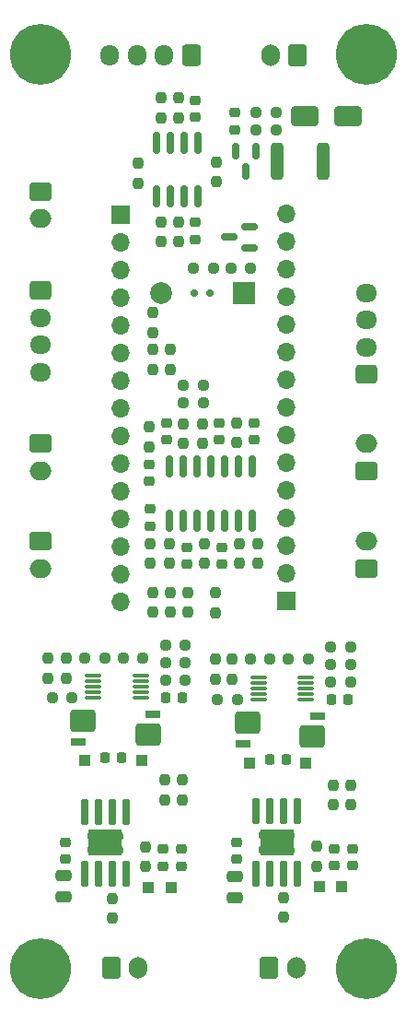
<source format=gbr>
%TF.GenerationSoftware,KiCad,Pcbnew,8.0.1*%
%TF.CreationDate,2024-06-19T16:46:37+02:00*%
%TF.ProjectId,MotorShield,4d6f746f-7253-4686-9965-6c642e6b6963,V_1*%
%TF.SameCoordinates,Original*%
%TF.FileFunction,Soldermask,Top*%
%TF.FilePolarity,Negative*%
%FSLAX46Y46*%
G04 Gerber Fmt 4.6, Leading zero omitted, Abs format (unit mm)*
G04 Created by KiCad (PCBNEW 8.0.1) date 2024-06-19 16:46:37*
%MOMM*%
%LPD*%
G01*
G04 APERTURE LIST*
G04 Aperture macros list*
%AMRoundRect*
0 Rectangle with rounded corners*
0 $1 Rounding radius*
0 $2 $3 $4 $5 $6 $7 $8 $9 X,Y pos of 4 corners*
0 Add a 4 corners polygon primitive as box body*
4,1,4,$2,$3,$4,$5,$6,$7,$8,$9,$2,$3,0*
0 Add four circle primitives for the rounded corners*
1,1,$1+$1,$2,$3*
1,1,$1+$1,$4,$5*
1,1,$1+$1,$6,$7*
1,1,$1+$1,$8,$9*
0 Add four rect primitives between the rounded corners*
20,1,$1+$1,$2,$3,$4,$5,0*
20,1,$1+$1,$4,$5,$6,$7,0*
20,1,$1+$1,$6,$7,$8,$9,0*
20,1,$1+$1,$8,$9,$2,$3,0*%
G04 Aperture macros list end*
%ADD10RoundRect,0.237500X-0.250000X-0.237500X0.250000X-0.237500X0.250000X0.237500X-0.250000X0.237500X0*%
%ADD11RoundRect,0.237500X0.250000X0.237500X-0.250000X0.237500X-0.250000X-0.237500X0.250000X-0.237500X0*%
%ADD12RoundRect,0.150000X0.587500X0.150000X-0.587500X0.150000X-0.587500X-0.150000X0.587500X-0.150000X0*%
%ADD13RoundRect,0.150000X-0.150000X-0.200000X0.150000X-0.200000X0.150000X0.200000X-0.150000X0.200000X0*%
%ADD14C,2.000000*%
%ADD15R,2.000000X2.000000*%
%ADD16RoundRect,0.218750X-0.256250X0.218750X-0.256250X-0.218750X0.256250X-0.218750X0.256250X0.218750X0*%
%ADD17RoundRect,0.250000X-1.000000X-0.650000X1.000000X-0.650000X1.000000X0.650000X-1.000000X0.650000X0*%
%ADD18RoundRect,0.218750X0.256250X-0.218750X0.256250X0.218750X-0.256250X0.218750X-0.256250X-0.218750X0*%
%ADD19RoundRect,0.250000X-0.600000X-0.750000X0.600000X-0.750000X0.600000X0.750000X-0.600000X0.750000X0*%
%ADD20O,1.700000X2.000000*%
%ADD21RoundRect,0.250000X0.725000X-0.600000X0.725000X0.600000X-0.725000X0.600000X-0.725000X-0.600000X0*%
%ADD22O,1.950000X1.700000*%
%ADD23RoundRect,0.250000X-0.725000X0.600000X-0.725000X-0.600000X0.725000X-0.600000X0.725000X0.600000X0*%
%ADD24RoundRect,0.237500X0.237500X-0.250000X0.237500X0.250000X-0.237500X0.250000X-0.237500X-0.250000X0*%
%ADD25RoundRect,0.150000X0.150000X-0.825000X0.150000X0.825000X-0.150000X0.825000X-0.150000X-0.825000X0*%
%ADD26RoundRect,0.225000X-0.250000X0.225000X-0.250000X-0.225000X0.250000X-0.225000X0.250000X0.225000X0*%
%ADD27RoundRect,0.225000X-0.225000X-0.250000X0.225000X-0.250000X0.225000X0.250000X-0.225000X0.250000X0*%
%ADD28O,2.000000X1.700000*%
%ADD29RoundRect,0.250000X0.750000X-0.600000X0.750000X0.600000X-0.750000X0.600000X-0.750000X-0.600000X0*%
%ADD30RoundRect,0.250000X0.600000X0.750000X-0.600000X0.750000X-0.600000X-0.750000X0.600000X-0.750000X0*%
%ADD31RoundRect,0.237500X-0.237500X0.250000X-0.237500X-0.250000X0.237500X-0.250000X0.237500X0.250000X0*%
%ADD32RoundRect,0.225000X0.250000X-0.225000X0.250000X0.225000X-0.250000X0.225000X-0.250000X-0.225000X0*%
%ADD33R,1.700000X1.700000*%
%ADD34O,1.700000X1.700000*%
%ADD35RoundRect,0.250000X-0.750000X0.600000X-0.750000X-0.600000X0.750000X-0.600000X0.750000X0.600000X0*%
%ADD36RoundRect,0.225000X0.225000X0.250000X-0.225000X0.250000X-0.225000X-0.250000X0.225000X-0.250000X0*%
%ADD37RoundRect,0.150000X-0.150000X0.825000X-0.150000X-0.825000X0.150000X-0.825000X0.150000X0.825000X0*%
%ADD38C,3.600000*%
%ADD39C,5.600000*%
%ADD40C,0.770000*%
%ADD41RoundRect,0.070000X-0.250000X1.100000X-0.250000X-1.100000X0.250000X-1.100000X0.250000X1.100000X0*%
%ADD42R,3.100000X2.400000*%
%ADD43R,1.000000X1.000000*%
%ADD44RoundRect,0.250000X0.312500X1.450000X-0.312500X1.450000X-0.312500X-1.450000X0.312500X-1.450000X0*%
%ADD45RoundRect,0.150000X-0.150000X0.587500X-0.150000X-0.587500X0.150000X-0.587500X0.150000X0.587500X0*%
%ADD46RoundRect,0.243600X-0.901400X-0.771400X0.901400X-0.771400X0.901400X0.771400X-0.901400X0.771400X0*%
%ADD47RoundRect,0.091200X-0.608800X-0.288800X0.608800X-0.288800X0.608800X0.288800X-0.608800X0.288800X0*%
%ADD48RoundRect,0.190000X-0.510000X-0.190000X0.510000X-0.190000X0.510000X0.190000X-0.510000X0.190000X0*%
%ADD49RoundRect,0.075000X0.650000X0.075000X-0.650000X0.075000X-0.650000X-0.075000X0.650000X-0.075000X0*%
%ADD50RoundRect,0.250000X-0.475000X0.250000X-0.475000X-0.250000X0.475000X-0.250000X0.475000X0.250000X0*%
%ADD51O,1.700000X1.950000*%
%ADD52RoundRect,0.250000X0.600000X0.725000X-0.600000X0.725000X-0.600000X-0.725000X0.600000X-0.725000X0*%
G04 APERTURE END LIST*
D10*
%TO.C,R2*%
X126722500Y-74930000D03*
X128547500Y-74930000D03*
%TD*%
D11*
%TO.C,R1*%
X131976500Y-74930000D03*
X130151500Y-74930000D03*
%TD*%
D12*
%TO.C,Q1*%
X131826000Y-73020000D03*
X131826000Y-71120000D03*
X129951000Y-72070000D03*
%TD*%
D13*
%TO.C,D1*%
X128208000Y-77216000D03*
X126808000Y-77216000D03*
%TD*%
D14*
%TO.C,BZ1*%
X123718000Y-77216000D03*
D15*
X131318000Y-77216000D03*
%TD*%
D16*
%TO.C,D2*%
X130500000Y-60612500D03*
X130500000Y-62187500D03*
%TD*%
D17*
%TO.C,D3*%
X136938000Y-60960000D03*
X140938000Y-60960000D03*
%TD*%
D18*
%TO.C,D4*%
X125575000Y-129850000D03*
X125575000Y-128275000D03*
%TD*%
D19*
%TO.C,J13*%
X119146000Y-139146000D03*
D20*
X121646000Y-139146000D03*
%TD*%
D21*
%TO.C,J11*%
X142600000Y-84669000D03*
D22*
X142600000Y-82169000D03*
X142600000Y-79669000D03*
X142600000Y-77169000D03*
%TD*%
D23*
%TO.C,J7*%
X112600000Y-76955000D03*
D22*
X112600000Y-79455000D03*
X112600000Y-81955000D03*
X112600000Y-84455000D03*
%TD*%
D11*
%TO.C,R53*%
X122037500Y-110750000D03*
X120212500Y-110750000D03*
%TD*%
D24*
%TO.C,JP2*%
X123000000Y-106512500D03*
X123000000Y-104687500D03*
%TD*%
%TO.C,R61*%
X122260000Y-128050000D03*
X122260000Y-129875000D03*
%TD*%
D25*
%TO.C,U1*%
X124490000Y-93137500D03*
X125760000Y-93137500D03*
X127030000Y-93137500D03*
X128300000Y-93137500D03*
X129570000Y-93137500D03*
X130840000Y-93137500D03*
X132110000Y-93137500D03*
X132110000Y-98087500D03*
X130840000Y-98087500D03*
X129570000Y-98087500D03*
X128300000Y-98087500D03*
X127030000Y-98087500D03*
X125760000Y-98087500D03*
X124490000Y-98087500D03*
%TD*%
D11*
%TO.C,R45*%
X125937500Y-111150000D03*
X124112500Y-111150000D03*
%TD*%
D26*
%TO.C,C1*%
X122600000Y-92937500D03*
X122600000Y-94487500D03*
%TD*%
D24*
%TO.C,R64*%
X138060000Y-128002500D03*
X138060000Y-129827500D03*
%TD*%
D27*
%TO.C,C14*%
X139370000Y-114550000D03*
X140920000Y-114550000D03*
%TD*%
D28*
%TO.C,J5*%
X142600000Y-100000000D03*
D29*
X142600000Y-102500000D03*
%TD*%
D20*
%TO.C,J8*%
X133771000Y-55372000D03*
D30*
X136271000Y-55372000D03*
%TD*%
D31*
%TO.C,JP7*%
X121600000Y-65262500D03*
X121600000Y-67087500D03*
%TD*%
%TO.C,JP3*%
X128700000Y-104737500D03*
X128700000Y-106562500D03*
%TD*%
%TO.C,R13*%
X124600000Y-104687500D03*
X124600000Y-106512500D03*
%TD*%
D24*
%TO.C,JP4*%
X123000000Y-80812500D03*
X123000000Y-78987500D03*
%TD*%
D31*
%TO.C,R32*%
X125300000Y-70662500D03*
X125300000Y-72487500D03*
%TD*%
D32*
%TO.C,C11*%
X122700000Y-98587500D03*
X122700000Y-97037500D03*
%TD*%
%TO.C,C6*%
X124200000Y-90687500D03*
X124200000Y-89137500D03*
%TD*%
D33*
%TO.C,J2*%
X135240000Y-105500000D03*
D34*
X135240000Y-102960000D03*
X135240000Y-100420000D03*
X135240000Y-97880000D03*
X135240000Y-95340000D03*
X135240000Y-92800000D03*
X135240000Y-90260000D03*
X135240000Y-87720000D03*
X135240000Y-85180000D03*
X135240000Y-82640000D03*
X135240000Y-80100000D03*
X135240000Y-77560000D03*
X135240000Y-75020000D03*
X135240000Y-72480000D03*
X135240000Y-69940000D03*
%TD*%
D31*
%TO.C,JP5*%
X124600000Y-82387500D03*
X124600000Y-84212500D03*
%TD*%
D26*
%TO.C,C10*%
X126100000Y-100537500D03*
X126100000Y-102087500D03*
%TD*%
D32*
%TO.C,C18*%
X130660000Y-129205000D03*
X130660000Y-127655000D03*
%TD*%
D16*
%TO.C,D7*%
X139660000Y-129802500D03*
X139660000Y-128227500D03*
%TD*%
D28*
%TO.C,J4*%
X112600000Y-93500000D03*
D35*
X112600000Y-91000000D03*
%TD*%
D26*
%TO.C,C9*%
X129300000Y-100537500D03*
X129300000Y-102087500D03*
%TD*%
D24*
%TO.C,R29*%
X127500000Y-91025000D03*
X127500000Y-89200000D03*
%TD*%
D31*
%TO.C,R56*%
X124060000Y-121902500D03*
X124060000Y-123727500D03*
%TD*%
D36*
%TO.C,C16*%
X135235000Y-120015000D03*
X133685000Y-120015000D03*
%TD*%
D10*
%TO.C,R3*%
X134312500Y-62200000D03*
X132487500Y-62200000D03*
%TD*%
D31*
%TO.C,JP6*%
X123000000Y-82387500D03*
X123000000Y-84212500D03*
%TD*%
D32*
%TO.C,C20*%
X114925000Y-129175000D03*
X114925000Y-127625000D03*
%TD*%
D10*
%TO.C,R39*%
X139332500Y-112950000D03*
X141157500Y-112950000D03*
%TD*%
D11*
%TO.C,R37*%
X133757500Y-110850000D03*
X131932500Y-110850000D03*
%TD*%
D20*
%TO.C,J10*%
X136144000Y-139192000D03*
D19*
X133644000Y-139192000D03*
%TD*%
D37*
%TO.C,U4*%
X127105000Y-63400000D03*
X125835000Y-63400000D03*
X124565000Y-63400000D03*
X123295000Y-63400000D03*
X123295000Y-68350000D03*
X124565000Y-68350000D03*
X125835000Y-68350000D03*
X127105000Y-68350000D03*
%TD*%
D38*
%TO.C,REF\u002A\u002A*%
X112600000Y-55300000D03*
D39*
X112600000Y-55300000D03*
%TD*%
D10*
%TO.C,R41*%
X128932500Y-114550000D03*
X130757500Y-114550000D03*
%TD*%
D31*
%TO.C,R22*%
X127700000Y-100200000D03*
X127700000Y-102025000D03*
%TD*%
D11*
%TO.C,R49*%
X141157500Y-109750000D03*
X139332500Y-109750000D03*
%TD*%
D28*
%TO.C,J12*%
X112600000Y-70358000D03*
D35*
X112600000Y-67858000D03*
%TD*%
D28*
%TO.C,J6*%
X112600000Y-102500000D03*
D35*
X112600000Y-100000000D03*
%TD*%
D10*
%TO.C,R40*%
X124112500Y-112750000D03*
X125937500Y-112750000D03*
%TD*%
D31*
%TO.C,R34*%
X123700000Y-70662500D03*
X123700000Y-72487500D03*
%TD*%
%TO.C,R55*%
X139560000Y-122402500D03*
X139560000Y-124227500D03*
%TD*%
D24*
%TO.C,R46*%
X115025000Y-112562500D03*
X115025000Y-110737500D03*
%TD*%
D40*
%TO.C,U6*%
X117275000Y-128350000D03*
X118575000Y-128350000D03*
X119875000Y-128350000D03*
X117275000Y-127050000D03*
X118575000Y-127050000D03*
X119875000Y-127050000D03*
D41*
X120480000Y-130575000D03*
X119210000Y-130575000D03*
X117940000Y-130575000D03*
X116670000Y-130575000D03*
X116670000Y-124825000D03*
X117940000Y-124825000D03*
X119210000Y-124825000D03*
X120480000Y-124825000D03*
D42*
X118575000Y-127700000D03*
%TD*%
D24*
%TO.C,R9*%
X122600000Y-91325000D03*
X122600000Y-89500000D03*
%TD*%
%TO.C,R44*%
X130245000Y-112662500D03*
X130245000Y-110837500D03*
%TD*%
D43*
%TO.C,TP3*%
X121975000Y-120150000D03*
%TD*%
D44*
%TO.C,F1*%
X134362500Y-65100000D03*
X138637500Y-65100000D03*
%TD*%
D32*
%TO.C,C13*%
X126900000Y-61050000D03*
X126900000Y-59500000D03*
%TD*%
D33*
%TO.C,J1*%
X120000000Y-70000000D03*
D34*
X120000000Y-72540000D03*
X120000000Y-75080000D03*
X120000000Y-77620000D03*
X120000000Y-80160000D03*
X120000000Y-82700000D03*
X120000000Y-85240000D03*
X120000000Y-87780000D03*
X120000000Y-90320000D03*
X120000000Y-92860000D03*
X120000000Y-95400000D03*
X120000000Y-97940000D03*
X120000000Y-100480000D03*
X120000000Y-103020000D03*
X120000000Y-105560000D03*
%TD*%
D11*
%TO.C,R38*%
X118537500Y-110750000D03*
X116712500Y-110750000D03*
%TD*%
D43*
%TO.C,TP5*%
X140360000Y-131715000D03*
%TD*%
D45*
%TO.C,Q2*%
X131500000Y-66000000D03*
X130550000Y-64125000D03*
X132450000Y-64125000D03*
%TD*%
D31*
%TO.C,R17*%
X124500000Y-100200000D03*
X124500000Y-102025000D03*
%TD*%
D46*
%TO.C,R36*%
X116540000Y-116515000D03*
D47*
X116095000Y-118420000D03*
D48*
X122955000Y-115880000D03*
D46*
X122510000Y-117785000D03*
%TD*%
%TO.C,R35*%
X131675000Y-116680000D03*
D47*
X131230000Y-118585000D03*
D48*
X138090000Y-116045000D03*
D46*
X137645000Y-117950000D03*
%TD*%
D49*
%TO.C,IC2*%
X121825000Y-114350000D03*
X121825000Y-113850000D03*
X121825000Y-113350000D03*
X121825000Y-112850000D03*
X121825000Y-112350000D03*
X117425000Y-112350000D03*
X117425000Y-112850000D03*
X117425000Y-113350000D03*
X117425000Y-113850000D03*
X117425000Y-114350000D03*
%TD*%
D24*
%TO.C,R63*%
X119225000Y-134612500D03*
X119225000Y-132787500D03*
%TD*%
D43*
%TO.C,TP2*%
X131845000Y-120350000D03*
%TD*%
D40*
%TO.C,U5*%
X133060000Y-128315000D03*
X134360000Y-128315000D03*
X135660000Y-128315000D03*
X133060000Y-127015000D03*
X134360000Y-127015000D03*
X135660000Y-127015000D03*
D41*
X136265000Y-130540000D03*
X134995000Y-130540000D03*
X133725000Y-130540000D03*
X132455000Y-130540000D03*
X132455000Y-124790000D03*
X133725000Y-124790000D03*
X134995000Y-124790000D03*
X136265000Y-124790000D03*
D42*
X134360000Y-127665000D03*
%TD*%
D26*
%TO.C,C12*%
X126900000Y-70700000D03*
X126900000Y-72250000D03*
%TD*%
D31*
%TO.C,R52*%
X128700000Y-110837500D03*
X128700000Y-112662500D03*
%TD*%
D10*
%TO.C,R4*%
X134312500Y-60600000D03*
X132487500Y-60600000D03*
%TD*%
D31*
%TO.C,R27*%
X130900000Y-100200000D03*
X130900000Y-102025000D03*
%TD*%
D43*
%TO.C,TP8*%
X122560000Y-131815000D03*
%TD*%
D36*
%TO.C,C17*%
X120100000Y-119850000D03*
X118550000Y-119850000D03*
%TD*%
D24*
%TO.C,R28*%
X130700000Y-90925000D03*
X130700000Y-89100000D03*
%TD*%
%TO.C,R30*%
X125800000Y-91025000D03*
X125800000Y-89200000D03*
%TD*%
D27*
%TO.C,C15*%
X124150000Y-114350000D03*
X125700000Y-114350000D03*
%TD*%
D43*
%TO.C,TP4*%
X116675000Y-120150000D03*
%TD*%
D50*
%TO.C,C19*%
X130460000Y-130805000D03*
X130460000Y-132705000D03*
%TD*%
D31*
%TO.C,JP1*%
X126200000Y-104687500D03*
X126200000Y-106512500D03*
%TD*%
%TO.C,R58*%
X125660000Y-121902500D03*
X125660000Y-123727500D03*
%TD*%
%TO.C,R54*%
X113325000Y-110737500D03*
X113325000Y-112562500D03*
%TD*%
D50*
%TO.C,C21*%
X114725000Y-130750000D03*
X114725000Y-132650000D03*
%TD*%
D31*
%TO.C,R33*%
X123700000Y-59262500D03*
X123700000Y-61087500D03*
%TD*%
D16*
%TO.C,D5*%
X123860000Y-129850000D03*
X123860000Y-128275000D03*
%TD*%
D49*
%TO.C,IC1*%
X137060000Y-114515000D03*
X137060000Y-114015000D03*
X137060000Y-113515000D03*
X137060000Y-113015000D03*
X137060000Y-112515000D03*
X132660000Y-112515000D03*
X132660000Y-113015000D03*
X132660000Y-113515000D03*
X132660000Y-114015000D03*
X132660000Y-114515000D03*
%TD*%
D24*
%TO.C,R62*%
X134960000Y-134527500D03*
X134960000Y-132702500D03*
%TD*%
D31*
%TO.C,R31*%
X125300000Y-59262500D03*
X125300000Y-61087500D03*
%TD*%
D32*
%TO.C,C8*%
X132300000Y-90687500D03*
X132300000Y-89137500D03*
%TD*%
D24*
%TO.C,R14*%
X122700000Y-102025000D03*
X122700000Y-100200000D03*
%TD*%
D31*
%TO.C,R57*%
X141160000Y-122402500D03*
X141160000Y-124227500D03*
%TD*%
D11*
%TO.C,R50*%
X125937500Y-109550000D03*
X124112500Y-109550000D03*
%TD*%
D10*
%TO.C,R10*%
X125787500Y-87250000D03*
X127612500Y-87250000D03*
%TD*%
D43*
%TO.C,TP7*%
X138260000Y-131715000D03*
%TD*%
D11*
%TO.C,R51*%
X137257500Y-110850000D03*
X135432500Y-110850000D03*
%TD*%
D28*
%TO.C,J3*%
X142600000Y-91000000D03*
D29*
X142600000Y-93500000D03*
%TD*%
D38*
%TO.C,REF\u002A\u002A*%
X142600000Y-55300000D03*
D39*
X142600000Y-55300000D03*
%TD*%
D24*
%TO.C,R12*%
X132600000Y-102025000D03*
X132600000Y-100200000D03*
%TD*%
D38*
%TO.C,REF\u002A\u002A*%
X142600000Y-139300000D03*
D39*
X142600000Y-139300000D03*
%TD*%
D32*
%TO.C,C7*%
X129100000Y-90687500D03*
X129100000Y-89137500D03*
%TD*%
D43*
%TO.C,TP1*%
X137045000Y-120350000D03*
%TD*%
D10*
%TO.C,R42*%
X113712500Y-114350000D03*
X115537500Y-114350000D03*
%TD*%
D31*
%TO.C,JP8*%
X128800000Y-65162500D03*
X128800000Y-66987500D03*
%TD*%
D11*
%TO.C,R43*%
X141157500Y-111350000D03*
X139332500Y-111350000D03*
%TD*%
D43*
%TO.C,TP6*%
X124660000Y-131815000D03*
%TD*%
D18*
%TO.C,D6*%
X141360000Y-128227500D03*
X141360000Y-129802500D03*
%TD*%
D51*
%TO.C,J9*%
X118992000Y-55372000D03*
X121492000Y-55372000D03*
X123992000Y-55372000D03*
D52*
X126492000Y-55372000D03*
%TD*%
D38*
%TO.C,REF\u002A\u002A*%
X112600000Y-139300000D03*
D39*
X112600000Y-139300000D03*
%TD*%
D10*
%TO.C,R11*%
X125787500Y-85700000D03*
X127612500Y-85700000D03*
%TD*%
M02*

</source>
